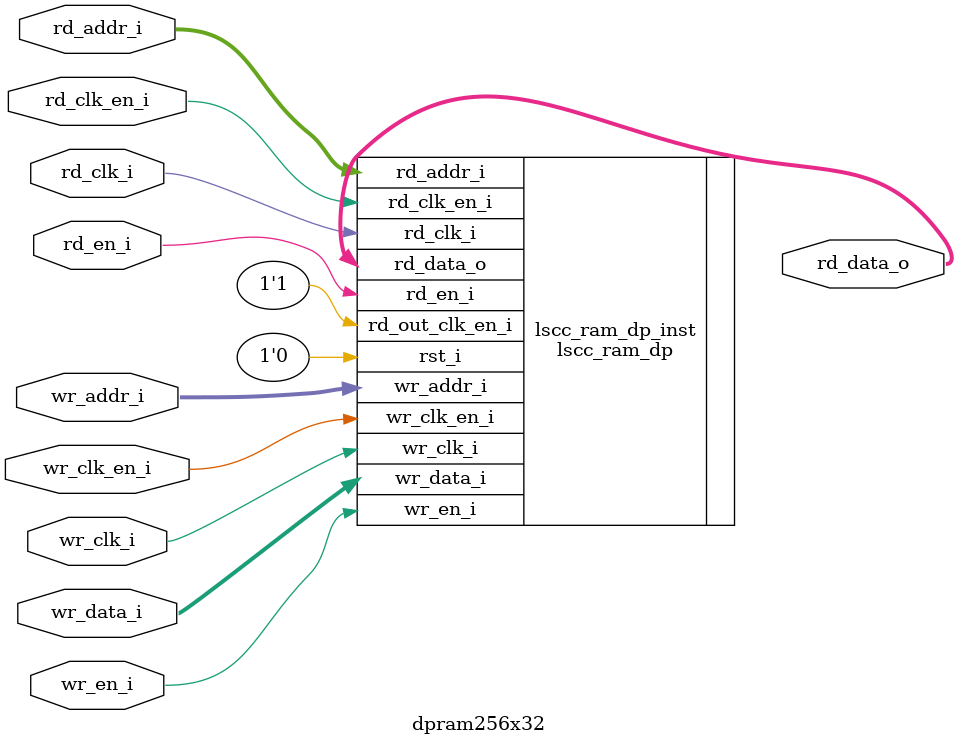
<source format=v>
/*******************************************************************************
    Verilog netlist generated by IPGEN Radiant
    Soft IP Version: 1.0.0
    Tue Mar 20 13:32:36 2018
*******************************************************************************/
/*******************************************************************************
    Include IP core template files.
*******************************************************************************/
`include "core/lscc_ram_dp.v"
/*******************************************************************************
    Wrapper Module generated per user settings.
*******************************************************************************/
module dpram256x32 (wr_clk_i, rd_clk_i, wr_clk_en_i, rd_en_i, rd_clk_en_i,
    wr_en_i, wr_data_i, wr_addr_i, rd_addr_i, rd_data_o);
    input  wr_clk_i;
    input  rd_clk_i;
    input  wr_clk_en_i;
    input  rd_en_i;
    input  rd_clk_en_i;
    input  wr_en_i;
    input  [31:0]  wr_data_i;
    input  [7:0]  wr_addr_i;
    input  [7:0]  rd_addr_i;
    output  [31:0]  rd_data_o;
    lscc_ram_dp #(.WADDR_DEPTH(256),
        .WDATA_WIDTH(32),
        .RADDR_DEPTH(256),
        .RDATA_WIDTH(32),
        .WADDR_WIDTH(8),
        .REGMODE("noreg"),
        .RADDR_WIDTH(8),
        .RESETMODE("sync"),
        .INIT_MODE("none"),
        .INIT_FILE("none"),
        .INIT_FILE_FORMAT("hex"))
    lscc_ram_dp_inst(.wr_clk_i(wr_clk_i),
        .rd_clk_i(rd_clk_i),
        .rst_i(1'b0),
        .wr_clk_en_i(wr_clk_en_i),
        .rd_en_i(rd_en_i),
        .rd_clk_en_i(rd_clk_en_i),
        .rd_out_clk_en_i(1'b1),
        .wr_en_i(wr_en_i),
        .wr_data_i(wr_data_i),
        .wr_addr_i(wr_addr_i),
        .rd_addr_i(rd_addr_i),
        .rd_data_o(rd_data_o));
endmodule
</source>
